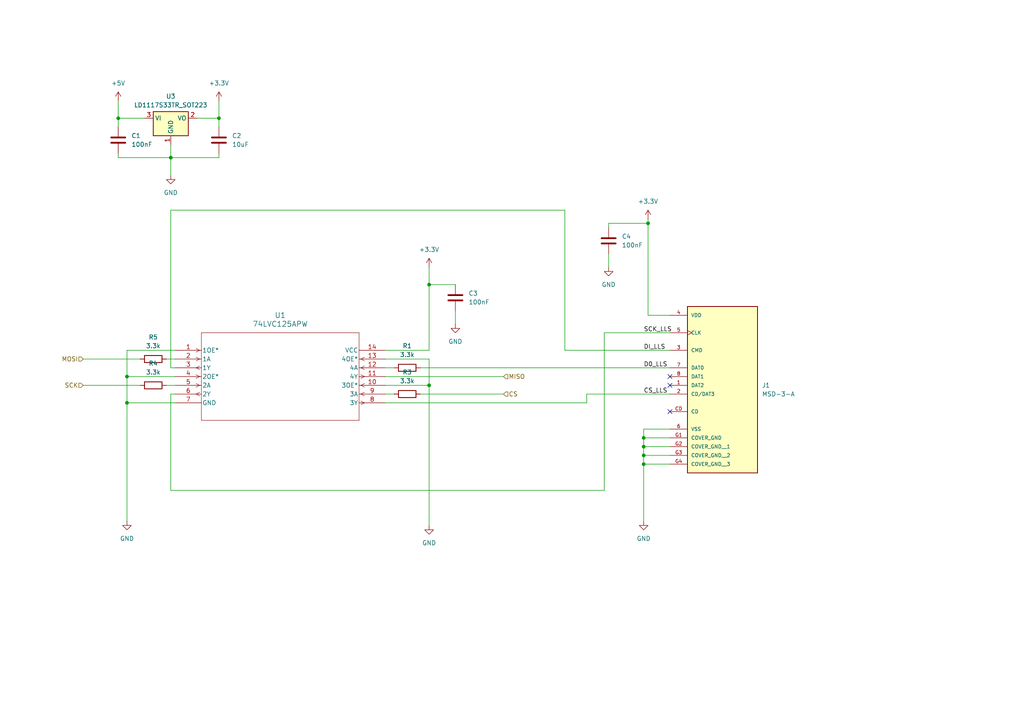
<source format=kicad_sch>
(kicad_sch (version 20231120) (generator "eeschema") (generator_version "8.0")
  (paper "A4")
  (lib_symbols
    (symbol "74LVC125APW:74LVC125APW" (pin_names (offset 0.254))
      (property "Reference" "U" (at 30.48 10.16 0))
      (property "Value" "74LVC125APW" (at 30.48 7.62 0))
      (symbol "74LVC125APW_1_1"
        (polyline (pts (xy 7.0993 -13.2207) (xy 6.0579 -12.7)) (stroke (width 0.127)))
        (polyline (pts (xy 7.0993 -12.1793) (xy 6.0579 -12.7)) (stroke (width 0.127)))
        (polyline (pts (xy 7.0993 -10.16) (xy 6.0579 -10.6807)) (stroke (width 0.127)))
        (polyline (pts (xy 7.0993 -10.16) (xy 6.0579 -9.6393)) (stroke (width 0.127)))
        (polyline (pts (xy 7.0993 -7.62) (xy 6.0579 -8.1407)) (stroke (width 0.127)))
        (polyline (pts (xy 7.0993 -7.62) (xy 6.0579 -7.0993)) (stroke (width 0.127)))
        (polyline (pts (xy 7.0993 -5.6007) (xy 6.0579 -5.08)) (stroke (width 0.127)))
        (polyline (pts (xy 7.0993 -4.5593) (xy 6.0579 -5.08)) (stroke (width 0.127)))
        (polyline (pts (xy 7.0993 -2.54) (xy 6.0579 -3.0607)) (stroke (width 0.127)))
        (polyline (pts (xy 7.0993 -2.54) (xy 6.0579 -2.0193)) (stroke (width 0.127)))
        (polyline (pts (xy 7.0993 0) (xy 6.0579 -0.5207)) (stroke (width 0.127)))
        (polyline (pts (xy 7.0993 0) (xy 6.0579 0.5207)) (stroke (width 0.127)))
        (polyline (pts (xy 7.62 -20.32) (xy 53.34 -20.32)) (stroke (width 0.127)))
        (polyline (pts (xy 7.62 5.08) (xy 7.62 -20.32)) (stroke (width 0.127)))
        (polyline (pts (xy 53.34 -20.32) (xy 53.34 5.08)) (stroke (width 0.127)))
        (polyline (pts (xy 53.34 5.08) (xy 7.62 5.08)) (stroke (width 0.127)))
        (polyline (pts (xy 53.8607 -15.7607) (xy 54.9021 -15.24)) (stroke (width 0.127)))
        (polyline (pts (xy 53.8607 -14.7193) (xy 54.9021 -15.24)) (stroke (width 0.127)))
        (polyline (pts (xy 53.8607 -12.7) (xy 54.9021 -13.2207)) (stroke (width 0.127)))
        (polyline (pts (xy 53.8607 -12.7) (xy 54.9021 -12.1793)) (stroke (width 0.127)))
        (polyline (pts (xy 53.8607 -10.16) (xy 54.9021 -10.6807)) (stroke (width 0.127)))
        (polyline (pts (xy 53.8607 -10.16) (xy 54.9021 -9.6393)) (stroke (width 0.127)))
        (polyline (pts (xy 53.8607 -8.1407) (xy 54.9021 -7.62)) (stroke (width 0.127)))
        (polyline (pts (xy 53.8607 -7.0993) (xy 54.9021 -7.62)) (stroke (width 0.127)))
        (polyline (pts (xy 53.8607 -5.08) (xy 54.9021 -5.6007)) (stroke (width 0.127)))
        (polyline (pts (xy 53.8607 -5.08) (xy 54.9021 -4.5593)) (stroke (width 0.127)))
        (polyline (pts (xy 53.8607 -2.54) (xy 54.9021 -3.0607)) (stroke (width 0.127)))
        (polyline (pts (xy 53.8607 -2.54) (xy 54.9021 -2.0193)) (stroke (width 0.127)))
        (pin input line (at 0 0 0) (length 7.62) (name "1OE*") (number "1"))
        (pin input line (at 60.96 -10.16 180) (length 7.62) (name "3OE*") (number "10"))
        (pin output line (at 60.96 -7.62 180) (length 7.62) (name "4Y") (number "11"))
        (pin input line (at 60.96 -5.08 180) (length 7.62) (name "4A") (number "12"))
        (pin input line (at 60.96 -2.54 180) (length 7.62) (name "4OE*") (number "13"))
        (pin power_in line (at 60.96 0 180) (length 7.62) (name "VCC") (number "14"))
        (pin input line (at 0 -2.54 0) (length 7.62) (name "1A") (number "2"))
        (pin output line (at 0 -5.08 0) (length 7.62) (name "1Y") (number "3"))
        (pin input line (at 0 -7.62 0) (length 7.62) (name "2OE*") (number "4"))
        (pin input line (at 0 -10.16 0) (length 7.62) (name "2A") (number "5"))
        (pin output line (at 0 -12.7 0) (length 7.62) (name "2Y") (number "6"))
        (pin power_in line (at 0 -15.24 0) (length 7.62) (name "GND") (number "7"))
        (pin output line (at 60.96 -15.24 180) (length 7.62) (name "3Y") (number "8"))
        (pin input line (at 60.96 -12.7 180) (length 7.62) (name "3A") (number "9"))
      )
    )
    (symbol "Device:C" (pin_numbers hide) (pin_names (offset 0.254))
      (property "Reference" "C" (at 0.635 2.54 0))
      (property "Value" "C" (at 0.635 -2.54 0))
      (symbol "C_0_1"
        (polyline (pts (xy -2.032 -0.762) (xy 2.032 -0.762)) (stroke (width 0.508)))
        (polyline (pts (xy -2.032 0.762) (xy 2.032 0.762)) (stroke (width 0.508)))
      )
      (symbol "C_1_1"
        (pin passive line (at 0 3.81 270) (length 2.794) (name "~") (number "1"))
        (pin passive line (at 0 -3.81 90) (length 2.794) (name "~") (number "2"))
      )
    )
    (symbol "Device:R" (pin_numbers hide) (pin_names (offset 0))
      (property "Reference" "R" (at 2.032 0 90))
      (property "Value" "R" (at 0 0 90))
      (symbol "R_0_1"
        (rectangle (start -1.016 -2.54) (end 1.016 2.54) (stroke (width 0.254)))
      )
      (symbol "R_1_1"
        (pin passive line (at 0 3.81 270) (length 1.27) (name "~") (number "1"))
        (pin passive line (at 0 -3.81 90) (length 1.27) (name "~") (number "2"))
      )
    )
    (symbol "Regulator_Linear:LD1117S33TR_SOT223"
      (property "Reference" "U" (at -3.81 3.175 0))
      (property "Value" "LD1117S33TR_SOT223" (at 0 3.175 0))
      (symbol "LD1117S33TR_SOT223_0_1"
        (rectangle (start -5.08 -5.08) (end 5.08 1.905) (stroke (width 0.254)) (fill (type background)))
      )
      (symbol "LD1117S33TR_SOT223_1_1"
        (pin power_in line (at 0 -7.62 90) (length 2.54) (name "GND") (number "1"))
        (pin power_out line (at 7.62 0 180) (length 2.54) (name "VO") (number "2"))
        (pin power_in line (at -7.62 0 0) (length 2.54) (name "VI") (number "3"))
      )
    )
    (symbol "SD_Card:MSD-3-A" (pin_names (offset 1.016))
      (property "Reference" "J" (at -10.16 21.082 0))
      (property "Value" "MSD-3-A" (at -10.16 -30.48 0))
      (symbol "MSD-3-A_0_0"
        (rectangle (start -10.16 -27.94) (end 10.16 20.32) (stroke (width 0.254)) (fill (type background)))
        (pin bidirectional line (at -15.24 -2.54 0) (length 5.08) (name "DAT2") (number "1"))
        (pin bidirectional line (at -15.24 -5.08 0) (length 5.08) (name "CD/DAT3") (number "2"))
        (pin bidirectional line (at -15.24 7.62 0) (length 5.08) (name "CMD") (number "3"))
        (pin power_in line (at -15.24 17.78 0) (length 5.08) (name "VDD") (number "4"))
        (pin input clock (at -15.24 12.7 0) (length 5.08) (name "CLK") (number "5"))
        (pin power_in line (at -15.24 -15.24 0) (length 5.08) (name "VSS") (number "6"))
        (pin bidirectional line (at -15.24 2.54 0) (length 5.08) (name "DAT0") (number "7"))
        (pin bidirectional line (at -15.24 0 0) (length 5.08) (name "DAT1") (number "8"))
        (pin passive line (at -15.24 -10.16 0) (length 5.08) (name "CD") (number "CD"))
        (pin power_in line (at -15.24 -17.78 0) (length 5.08) (name "COVER_GND") (number "G1"))
        (pin power_in line (at -15.24 -20.32 0) (length 5.08) (name "COVER_GND__1") (number "G2"))
        (pin power_in line (at -15.24 -22.86 0) (length 5.08) (name "COVER_GND__2") (number "G3"))
        (pin power_in line (at -15.24 -25.4 0) (length 5.08) (name "COVER_GND__3") (number "G4"))
      )
    )
    (symbol "power:+3.3V" (power) (pin_names (offset 0))
      (property "Value" "+3.3V" (at 0 3.556 0))
      (symbol "+3.3V_0_1"
        (polyline (pts (xy -0.762 1.27) (xy 0 2.54)))
        (polyline (pts (xy 0 0) (xy 0 2.54)))
        (polyline (pts (xy 0 2.54) (xy 0.762 1.27)))
      )
      (symbol "+3.3V_1_1"
        (pin power_in line (at 0 0 90) (length 0) hide (name "+3.3V") (number "1"))
      )
    )
    (symbol "power:+5V" (power) (pin_names (offset 0))
      (property "Value" "+5V" (at 0 3.556 0))
      (symbol "+5V_0_1"
        (polyline (pts (xy -0.762 1.27) (xy 0 2.54)))
        (polyline (pts (xy 0 0) (xy 0 2.54)))
        (polyline (pts (xy 0 2.54) (xy 0.762 1.27)))
      )
      (symbol "+5V_1_1"
        (pin power_in line (at 0 0 90) (length 0) hide (name "+5V") (number "1"))
      )
    )
    (symbol "power:GND" (power) (pin_names (offset 0))
      (property "Value" "GND" (at 0 -3.81 0))
      (symbol "GND_0_1"
        (polyline (pts (xy 0 0) (xy 0 -1.27) (xy 1.27 -1.27) (xy 0 -2.54) (xy -1.27 -1.27) (xy 0 -1.27)))
      )
      (symbol "GND_1_1"
        (pin power_in line (at 0 0 270) (length 0) hide (name "GND") (number "1"))
      )
    )
  )
  (junction (at 186.69 129.54))
  (junction (at 187.96 64.77))
  (junction (at 36.83 116.84))
  (junction (at 34.29 34.29))
  (junction (at 124.46 82.55))
  (junction (at 36.83 109.22))
  (junction (at 186.69 134.62))
  (junction (at 124.46 111.76))
  (junction (at 63.5 34.29))
  (junction (at 49.53 45.72))
  (junction (at 186.69 132.08))
  (junction (at 186.69 127))
  (no_connect (at 194.31 109.22))
  (no_connect (at 194.31 119.38))
  (no_connect (at 194.31 111.76))
  (wire (pts (xy 170.18 114.3) (xy 194.31 114.3)))
  (wire (pts (xy 187.96 91.44) (xy 194.31 91.44)))
  (wire (pts (xy 50.8 101.6) (xy 36.83 101.6)))
  (wire (pts (xy 49.53 142.24) (xy 175.26 142.24)))
  (wire (pts (xy 124.46 82.55) (xy 132.08 82.55)))
  (wire (pts (xy 111.76 104.14) (xy 124.46 104.14)))
  (wire (pts (xy 34.29 34.29) (xy 34.29 36.83)))
  (wire (pts (xy 186.69 127) (xy 186.69 129.54)))
  (wire (pts (xy 49.53 60.96) (xy 49.53 106.68)))
  (wire (pts (xy 194.31 101.6) (xy 163.83 101.6)))
  (wire (pts (xy 63.5 45.72) (xy 49.53 45.72)))
  (wire (pts (xy 34.29 29.21) (xy 34.29 34.29)))
  (wire (pts (xy 36.83 109.22) (xy 50.8 109.22)))
  (wire (pts (xy 63.5 29.21) (xy 63.5 34.29)))
  (wire (pts (xy 34.29 45.72) (xy 49.53 45.72)))
  (wire (pts (xy 132.08 90.17) (xy 132.08 93.98)))
  (wire (pts (xy 36.83 101.6) (xy 36.83 109.22)))
  (wire (pts (xy 186.69 124.46) (xy 186.69 127)))
  (wire (pts (xy 175.26 142.24) (xy 175.26 96.52)))
  (wire (pts (xy 49.53 114.3) (xy 50.8 114.3)))
  (wire (pts (xy 34.29 44.45) (xy 34.29 45.72)))
  (wire (pts (xy 186.69 134.62) (xy 186.69 151.13)))
  (wire (pts (xy 124.46 82.55) (xy 124.46 101.6)))
  (wire (pts (xy 111.76 111.76) (xy 124.46 111.76)))
  (wire (pts (xy 121.92 114.3) (xy 146.05 114.3)))
  (wire (pts (xy 124.46 104.14) (xy 124.46 111.76)))
  (wire (pts (xy 111.76 106.68) (xy 114.3 106.68)))
  (wire (pts (xy 111.76 109.22) (xy 146.05 109.22)))
  (wire (pts (xy 163.83 101.6) (xy 163.83 60.96)))
  (wire (pts (xy 49.53 45.72) (xy 49.53 50.8)))
  (wire (pts (xy 36.83 109.22) (xy 36.83 116.84)))
  (wire (pts (xy 49.53 41.91) (xy 49.53 45.72)))
  (wire (pts (xy 176.53 73.66) (xy 176.53 77.47)))
  (wire (pts (xy 194.31 124.46) (xy 186.69 124.46)))
  (wire (pts (xy 48.26 111.76) (xy 50.8 111.76)))
  (wire (pts (xy 124.46 77.47) (xy 124.46 82.55)))
  (wire (pts (xy 186.69 134.62) (xy 194.31 134.62)))
  (wire (pts (xy 124.46 111.76) (xy 124.46 152.4)))
  (wire (pts (xy 34.29 34.29) (xy 41.91 34.29)))
  (wire (pts (xy 187.96 64.77) (xy 176.53 64.77)))
  (wire (pts (xy 186.69 129.54) (xy 194.31 129.54)))
  (wire (pts (xy 187.96 64.77) (xy 187.96 91.44)))
  (wire (pts (xy 111.76 114.3) (xy 114.3 114.3)))
  (wire (pts (xy 175.26 96.52) (xy 194.31 96.52)))
  (wire (pts (xy 49.53 106.68) (xy 50.8 106.68)))
  (wire (pts (xy 24.13 104.14) (xy 40.64 104.14)))
  (wire (pts (xy 187.96 63.5) (xy 187.96 64.77)))
  (wire (pts (xy 63.5 34.29) (xy 63.5 36.83)))
  (wire (pts (xy 36.83 116.84) (xy 36.83 151.13)))
  (wire (pts (xy 36.83 116.84) (xy 50.8 116.84)))
  (wire (pts (xy 48.26 104.14) (xy 50.8 104.14)))
  (wire (pts (xy 24.13 111.76) (xy 40.64 111.76)))
  (wire (pts (xy 49.53 114.3) (xy 49.53 142.24)))
  (wire (pts (xy 186.69 132.08) (xy 194.31 132.08)))
  (wire (pts (xy 121.92 106.68) (xy 194.31 106.68)))
  (wire (pts (xy 124.46 101.6) (xy 111.76 101.6)))
  (wire (pts (xy 186.69 129.54) (xy 186.69 132.08)))
  (wire (pts (xy 176.53 64.77) (xy 176.53 66.04)))
  (wire (pts (xy 63.5 44.45) (xy 63.5 45.72)))
  (wire (pts (xy 163.83 60.96) (xy 49.53 60.96)))
  (wire (pts (xy 186.69 127) (xy 194.31 127)))
  (wire (pts (xy 111.76 116.84) (xy 170.18 116.84)))
  (wire (pts (xy 63.5 34.29) (xy 57.15 34.29)))
  (wire (pts (xy 186.69 132.08) (xy 186.69 134.62)))
  (wire (pts (xy 170.18 116.84) (xy 170.18 114.3)))
  (label "SCK_LLS" (at 186.69 96.52 0))
  (label "D0_LLS" (at 186.69 106.68 0))
  (label "DI_LLS" (at 186.69 101.6 0))
  (label "CS_LLS" (at 186.69 114.3 0))
  (hierarchical_label "MISO" (shape input) (at 146.05 109.22 0))
  (hierarchical_label "MOSI" (shape input) (at 24.13 104.14 180))
  (hierarchical_label "SCK" (shape input) (at 24.13 111.76 180))
  (hierarchical_label "CS" (shape input) (at 146.05 114.3 0))
  (symbol (lib_id "74LVC125APW:74LVC125APW") (at 50.8 101.6 0) (unit 1)
    (property "Reference" "U1" (at 81.28 91.44 0) (effects (font (size 1.524 1.524))))
    (property "Value" "74LVC125APW" (at 81.28 93.98 0) (effects (font (size 1.524 1.524))))
    (property "Footprint" "74LPV125apw:SOT402-1_NEX" (effects (hide yes)))
    (property "Datasheet" "74LVC125APW" (effects (hide yes)))
  )
  (symbol (lib_id "power:GND") (at 49.53 50.8 0) (unit 1)
    (property "Reference" "#PWR01" (effects (hide yes)))
    (property "Value" "GND" (at 49.53 55.88 0))
    (property "Description" "Power symbol creates a global label with name \"GND\" , ground" (effects (hide yes)))
  )
  (symbol (lib_id "Device:R") (at 118.11 106.68 90) (unit 1)
    (property "Reference" "R1" (at 118.11 100.33 90))
    (property "Value" "3.3k" (at 118.11 102.87 90))
    (property "Footprint" "Resistor_SMD:R_0603_1608Metric" (effects (hide yes)))
    (property "Description" "Resistor" (effects (hide yes)))
  )
  (symbol (lib_id "power:GND") (at 132.08 93.98 0) (unit 1)
    (property "Reference" "#PWR015" (effects (hide yes)))
    (property "Value" "GND" (at 132.08 99.06 0))
    (property "Description" "Power symbol creates a global label with name \"GND\" , ground" (effects (hide yes)))
  )
  (symbol (lib_id "power:+3.3V") (at 187.96 63.5 0) (unit 1)
    (property "Reference" "#PWR04" (effects (hide yes)))
    (property "Value" "+3.3V" (at 187.96 58.42 0))
    (property "Description" "Power symbol creates a global label with name \"+3.3V\"" (effects (hide yes)))
  )
  (symbol (lib_id "power:GND") (at 176.53 77.47 0) (unit 1)
    (property "Reference" "#PWR014" (effects (hide yes)))
    (property "Value" "GND" (at 176.53 82.55 0))
    (property "Description" "Power symbol creates a global label with name \"GND\" , ground" (effects (hide yes)))
  )
  (symbol (lib_id "power:GND") (at 186.69 151.13 0) (unit 1)
    (property "Reference" "#PWR013" (effects (hide yes)))
    (property "Value" "GND" (at 186.69 156.21 0))
    (property "Description" "Power symbol creates a global label with name \"GND\" , ground" (effects (hide yes)))
  )
  (symbol (lib_id "Device:C") (at 34.29 40.64 0) (unit 1)
    (property "Reference" "C1" (at 38.1 39.3699 0) (effects (justify left)))
    (property "Value" "100nF" (at 38.1 41.9099 0) (effects (justify left)))
    (property "Footprint" "Capacitor_SMD:C_0603_1608Metric" (effects (hide yes)))
    (property "Description" "Unpolarized capacitor" (effects (hide yes)))
  )
  (symbol (lib_id "Device:R") (at 44.45 104.14 90) (unit 1)
    (property "Reference" "R5" (at 44.45 97.79 90))
    (property "Value" "3.3k" (at 44.45 100.33 90))
    (property "Footprint" "Resistor_SMD:R_0603_1608Metric" (effects (hide yes)))
    (property "Description" "Resistor" (effects (hide yes)))
  )
  (symbol (lib_id "Regulator_Linear:LD1117S33TR_SOT223") (at 49.53 34.29 0) (unit 1)
    (property "Reference" "U3" (at 49.53 27.94 0))
    (property "Value" "LD1117S33TR_SOT223" (at 49.53 30.48 0))
    (property "Footprint" "Package_TO_SOT_SMD:SOT-223-3_TabPin2" (effects (hide yes)))
    (property "Datasheet" "http://www.st.com/st-web-ui/static/active/en/resource/technical/document/datasheet/CD00000544.pdf" (effects (hide yes)))
    (property "Description" "800mA Fixed Low Drop Positive Voltage Regulator, Fixed Output 3.3V, SOT-223" (effects (hide yes)))
  )
  (symbol (lib_id "Device:R") (at 118.11 114.3 90) (unit 1)
    (property "Reference" "R3" (at 118.11 107.95 90))
    (property "Value" "3.3k" (at 118.11 110.49 90))
    (property "Footprint" "Resistor_SMD:R_0603_1608Metric" (effects (hide yes)))
    (property "Description" "Resistor" (effects (hide yes)))
  )
  (symbol (lib_id "power:+5V") (at 34.29 29.21 0) (unit 1)
    (property "Reference" "#PWR02" (effects (hide yes)))
    (property "Value" "+5V" (at 34.29 24.13 0))
    (property "Description" "Power symbol creates a global label with name \"+5V\"" (effects (hide yes)))
  )
  (symbol (lib_id "Device:C") (at 176.53 69.85 0) (unit 1)
    (property "Reference" "C4" (at 180.34 68.5799 0) (effects (justify left)))
    (property "Value" "100nF" (at 180.34 71.1199 0) (effects (justify left)))
    (property "Footprint" "Capacitor_SMD:C_0603_1608Metric" (effects (hide yes)))
    (property "Description" "Unpolarized capacitor" (effects (hide yes)))
  )
  (symbol (lib_id "power:GND") (at 36.83 151.13 0) (unit 1)
    (property "Reference" "#PWR012" (effects (hide yes)))
    (property "Value" "GND" (at 36.83 156.21 0))
    (property "Description" "Power symbol creates a global label with name \"GND\" , ground" (effects (hide yes)))
  )
  (symbol (lib_id "Device:C") (at 63.5 40.64 0) (unit 1)
    (property "Reference" "C2" (at 67.31 39.3699 0) (effects (justify left)))
    (property "Value" "10uF" (at 67.31 41.9099 0) (effects (justify left)))
    (property "Footprint" "Capacitor_SMD:C_0603_1608Metric" (effects (hide yes)))
    (property "Description" "Unpolarized capacitor" (effects (hide yes)))
  )
  (symbol (lib_id "Device:R") (at 44.45 111.76 90) (unit 1)
    (property "Reference" "R4" (at 44.45 105.41 90))
    (property "Value" "3.3k" (at 44.45 107.95 90))
    (property "Footprint" "Resistor_SMD:R_0603_1608Metric" (effects (hide yes)))
    (property "Description" "Resistor" (effects (hide yes)))
  )
  (symbol (lib_id "power:GND") (at 124.46 152.4 0) (unit 1)
    (property "Reference" "#PWR011" (effects (hide yes)))
    (property "Value" "GND" (at 124.46 157.48 0))
    (property "Description" "Power symbol creates a global label with name \"GND\" , ground" (effects (hide yes)))
  )
  (symbol (lib_id "power:+3.3V") (at 63.5 29.21 0) (unit 1)
    (property "Reference" "#PWR03" (effects (hide yes)))
    (property "Value" "+3.3V" (at 63.5 24.13 0))
    (property "Description" "Power symbol creates a global label with name \"+3.3V\"" (effects (hide yes)))
  )
  (symbol (lib_id "Device:C") (at 132.08 86.36 0) (unit 1)
    (property "Reference" "C3" (at 135.89 85.0899 0) (effects (justify left)))
    (property "Value" "100nF" (at 135.89 87.6299 0) (effects (justify left)))
    (property "Footprint" "Capacitor_SMD:C_0603_1608Metric" (effects (hide yes)))
    (property "Description" "Unpolarized capacitor" (effects (hide yes)))
  )
  (symbol (lib_id "power:+3.3V") (at 124.46 77.47 0) (unit 1)
    (property "Reference" "#PWR05" (effects (hide yes)))
    (property "Value" "+3.3V" (at 124.46 72.39 0))
    (property "Description" "Power symbol creates a global label with name \"+3.3V\"" (effects (hide yes)))
  )
  (symbol (lib_id "SD_Card:MSD-3-A") (at 209.55 109.22 0) (unit 1)
    (property "Reference" "J1" (at 220.98 111.7599 0) (effects (justify left)))
    (property "Value" "MSD-3-A" (at 220.98 114.2999 0) (effects (justify left)))
    (property "Footprint" "CUI_MSD-3-A:CUI_MSD-3-A" (effects (hide yes)))
    (property "PARTREV" "1.0" (effects (hide yes)))
    (property "STANDARD" "Manufacturer Recommendations" (effects (hide yes)))
    (property "MAXIMUM_PACKAGE_HEIGHT" "1.2mm" (effects (hide yes)))
    (property "MANUFACTURER" "CUI Devices" (effects (hide yes)))
  )
)
</source>
